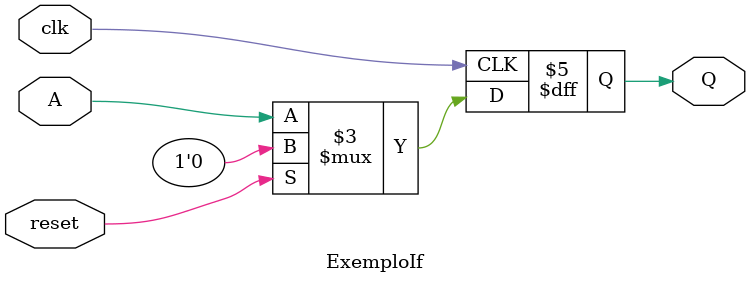
<source format=sv>
module ExemploIf (clk, reset, A, Q);

	input clk, reset, A;
	output Q;

	logic Q;

	always @(posedge clk) begin
		if(reset)
			Q <= 0;
		else
			Q <= A;
	end

endmodule

		

</source>
